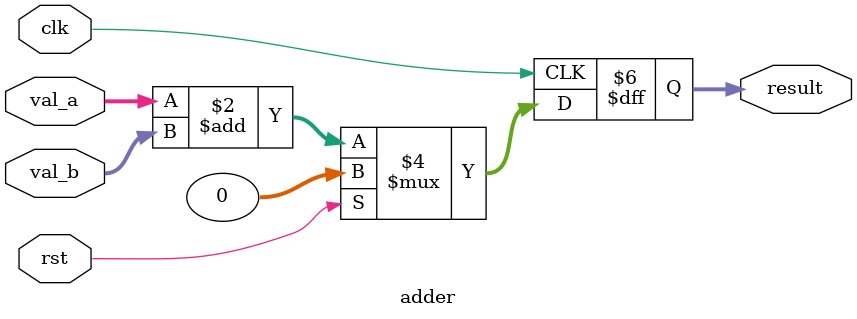
<source format=v>

module adder(
  input             clk,
  input             rst,
  input      [15:0] val_a,
  input      [15:0] val_b,
  output reg [31:0] result
);

always @(posedge clk) begin
  if(rst)
    result <= 0;
  else
    result <= val_a + val_b;
end

endmodule
</source>
